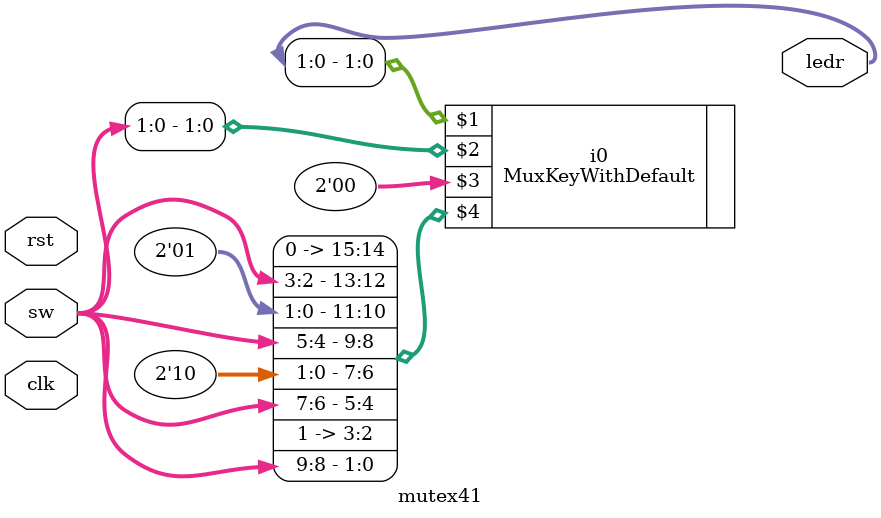
<source format=v>
module top(
  input  [3:0] a,
  input  [1:0] s,
  output y
);
  assign y = (a[0]&~s[0]&~s[1])|(a[1]&s[0]&~s[1])|(a[2]&s[1]&~s[0])|(a[3]&s[1]&s[0]);

endmodule

module mutex41 (
    input clk,
    input rst,
    input [9:0] sw,
    output [15:0] ledr
);

    MuxKeyWithDefault #(4, 2, 2) i0 (ledr[1:0], sw[1:0], 2'b0, {
    2'b00, sw[3:2],
    2'b01, sw[5:4],
    2'b10, sw[7:6],
    2'b11, sw[9:8]
  });

endmodule
</source>
